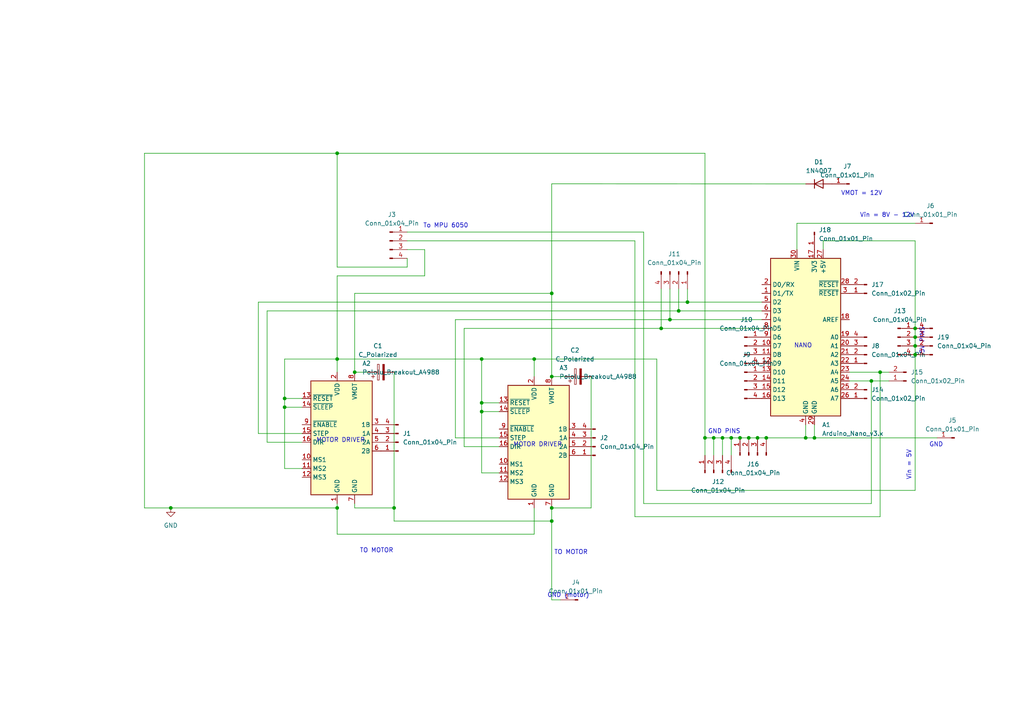
<source format=kicad_sch>
(kicad_sch (version 20231120) (generator "eeschema") (generator_version "8.0")
  (paper "A4")
  (lib_symbols
    (symbol "Connector:Conn_01x01_Pin" (pin_names (offset 1.016) hide)
      (property "Reference" "J" (at 0 2.54 0))
      (property "Value" "Conn_01x01_Pin" (at 0 -2.54 0))
      (symbol "Conn_01x01_Pin_1_1"
        (polyline (pts (xy 1.27 0) (xy 0.8636 0)) (stroke (width 0.1524)))
        (rectangle (start 0.8636 0.127) (end 0 -0.127) (stroke (width 0.1524)) (fill (type outline)))
        (pin passive line (at 5.08 0 180) (length 3.81) (name "Pin_1") (number "1"))
      )
    )
    (symbol "Connector:Conn_01x02_Pin" (pin_names (offset 1.016) hide)
      (property "Reference" "J" (at 0 2.54 0))
      (property "Value" "Conn_01x02_Pin" (at 0 -5.08 0))
      (symbol "Conn_01x02_Pin_1_1"
        (polyline (pts (xy 1.27 -2.54) (xy 0.8636 -2.54)) (stroke (width 0.1524)))
        (polyline (pts (xy 1.27 0) (xy 0.8636 0)) (stroke (width 0.1524)))
        (rectangle (start 0.8636 -2.413) (end 0 -2.667) (stroke (width 0.1524)) (fill (type outline)))
        (rectangle (start 0.8636 0.127) (end 0 -0.127) (stroke (width 0.1524)) (fill (type outline)))
        (pin passive line (at 5.08 0 180) (length 3.81) (name "Pin_1") (number "1"))
        (pin passive line (at 5.08 -2.54 180) (length 3.81) (name "Pin_2") (number "2"))
      )
    )
    (symbol "Connector:Conn_01x04_Pin" (pin_names (offset 1.016) hide)
      (property "Reference" "J" (at 0 5.08 0))
      (property "Value" "Conn_01x04_Pin" (at 0 -7.62 0))
      (symbol "Conn_01x04_Pin_1_1"
        (polyline (pts (xy 1.27 -5.08) (xy 0.8636 -5.08)) (stroke (width 0.1524)))
        (polyline (pts (xy 1.27 -2.54) (xy 0.8636 -2.54)) (stroke (width 0.1524)))
        (polyline (pts (xy 1.27 0) (xy 0.8636 0)) (stroke (width 0.1524)))
        (polyline (pts (xy 1.27 2.54) (xy 0.8636 2.54)) (stroke (width 0.1524)))
        (rectangle (start 0.8636 -4.953) (end 0 -5.207) (stroke (width 0.1524)) (fill (type outline)))
        (rectangle (start 0.8636 -2.413) (end 0 -2.667) (stroke (width 0.1524)) (fill (type outline)))
        (rectangle (start 0.8636 0.127) (end 0 -0.127) (stroke (width 0.1524)) (fill (type outline)))
        (rectangle (start 0.8636 2.667) (end 0 2.413) (stroke (width 0.1524)) (fill (type outline)))
        (pin passive line (at 5.08 2.54 180) (length 3.81) (name "Pin_1") (number "1"))
        (pin passive line (at 5.08 0 180) (length 3.81) (name "Pin_2") (number "2"))
        (pin passive line (at 5.08 -2.54 180) (length 3.81) (name "Pin_3") (number "3"))
        (pin passive line (at 5.08 -5.08 180) (length 3.81) (name "Pin_4") (number "4"))
      )
    )
    (symbol "Device:C_Polarized" (pin_numbers hide) (pin_names (offset 0.254))
      (property "Reference" "C" (at 0.635 2.54 0))
      (property "Value" "C_Polarized" (at 0.635 -2.54 0))
      (symbol "C_Polarized_0_1"
        (rectangle (start -2.286 0.508) (end 2.286 1.016))
        (polyline (pts (xy -1.778 2.286) (xy -0.762 2.286)))
        (polyline (pts (xy -1.27 2.794) (xy -1.27 1.778)))
        (rectangle (start 2.286 -0.508) (end -2.286 -1.016) (fill (type outline)))
      )
      (symbol "C_Polarized_1_1"
        (pin passive line (at 0 3.81 270) (length 2.794) (name "~") (number "1"))
        (pin passive line (at 0 -3.81 90) (length 2.794) (name "~") (number "2"))
      )
    )
    (symbol "Diode:1N4007" (pin_numbers hide) (pin_names hide)
      (property "Reference" "D" (at 0 2.54 0))
      (property "Value" "1N4007" (at 0 -2.54 0))
      (symbol "1N4007_0_1"
        (polyline (pts (xy -1.27 1.27) (xy -1.27 -1.27)) (stroke (width 0.254)))
        (polyline (pts (xy 1.27 0) (xy -1.27 0)))
        (polyline (pts (xy 1.27 1.27) (xy 1.27 -1.27) (xy -1.27 0) (xy 1.27 1.27)) (stroke (width 0.254)))
      )
      (symbol "1N4007_1_1"
        (pin passive line (at -3.81 0 0) (length 2.54) (name "K") (number "1"))
        (pin passive line (at 3.81 0 180) (length 2.54) (name "A") (number "2"))
      )
    )
    (symbol "Driver_Motor:Pololu_Breakout_A4988"
      (property "Reference" "A" (at -2.54 19.05 0))
      (property "Value" "Pololu_Breakout_A4988" (at -2.54 16.51 0))
      (symbol "Pololu_Breakout_A4988_0_1"
        (rectangle (start 10.16 -17.78) (end -7.62 15.24) (stroke (width 0.254)) (fill (type background)))
      )
      (symbol "Pololu_Breakout_A4988_1_1"
        (pin power_in line (at 0 -20.32 90) (length 2.54) (name "GND") (number "1"))
        (pin input line (at -10.16 -7.62 0) (length 2.54) (name "MS1") (number "10"))
        (pin input line (at -10.16 -10.16 0) (length 2.54) (name "MS2") (number "11"))
        (pin input line (at -10.16 -12.7 0) (length 2.54) (name "MS3") (number "12"))
        (pin input line (at -10.16 10.16 0) (length 2.54) (name "~{RESET}") (number "13"))
        (pin input line (at -10.16 7.62 0) (length 2.54) (name "~{SLEEP}") (number "14"))
        (pin input line (at -10.16 0 0) (length 2.54) (name "STEP") (number "15"))
        (pin input line (at -10.16 -2.54 0) (length 2.54) (name "DIR") (number "16"))
        (pin power_in line (at 0 17.78 270) (length 2.54) (name "VDD") (number "2"))
        (pin output line (at 12.7 2.54 180) (length 2.54) (name "1B") (number "3"))
        (pin output line (at 12.7 0 180) (length 2.54) (name "1A") (number "4"))
        (pin output line (at 12.7 -2.54 180) (length 2.54) (name "2A") (number "5"))
        (pin output line (at 12.7 -5.08 180) (length 2.54) (name "2B") (number "6"))
        (pin power_in line (at 5.08 -20.32 90) (length 2.54) (name "GND") (number "7"))
        (pin power_in line (at 5.08 17.78 270) (length 2.54) (name "VMOT") (number "8"))
        (pin input line (at -10.16 2.54 0) (length 2.54) (name "~{ENABLE}") (number "9"))
      )
    )
    (symbol "MCU_Module:Arduino_Nano_v3.x"
      (property "Reference" "A" (at -10.16 23.495 0))
      (property "Value" "Arduino_Nano_v3.x" (at 5.08 -24.13 0))
      (symbol "Arduino_Nano_v3.x_0_1"
        (rectangle (start -10.16 22.86) (end 10.16 -22.86) (stroke (width 0.254)) (fill (type background)))
      )
      (symbol "Arduino_Nano_v3.x_1_1"
        (pin bidirectional line (at -12.7 12.7 0) (length 2.54) (name "D1/TX") (number "1"))
        (pin bidirectional line (at -12.7 -2.54 0) (length 2.54) (name "D7") (number "10"))
        (pin bidirectional line (at -12.7 -5.08 0) (length 2.54) (name "D8") (number "11"))
        (pin bidirectional line (at -12.7 -7.62 0) (length 2.54) (name "D9") (number "12"))
        (pin bidirectional line (at -12.7 -10.16 0) (length 2.54) (name "D10") (number "13"))
        (pin bidirectional line (at -12.7 -12.7 0) (length 2.54) (name "D11") (number "14"))
        (pin bidirectional line (at -12.7 -15.24 0) (length 2.54) (name "D12") (number "15"))
        (pin bidirectional line (at -12.7 -17.78 0) (length 2.54) (name "D13") (number "16"))
        (pin power_out line (at 2.54 25.4 270) (length 2.54) (name "3V3") (number "17"))
        (pin input line (at 12.7 5.08 180) (length 2.54) (name "AREF") (number "18"))
        (pin bidirectional line (at 12.7 0 180) (length 2.54) (name "A0") (number "19"))
        (pin bidirectional line (at -12.7 15.24 0) (length 2.54) (name "D0/RX") (number "2"))
        (pin bidirectional line (at 12.7 -2.54 180) (length 2.54) (name "A1") (number "20"))
        (pin bidirectional line (at 12.7 -5.08 180) (length 2.54) (name "A2") (number "21"))
        (pin bidirectional line (at 12.7 -7.62 180) (length 2.54) (name "A3") (number "22"))
        (pin bidirectional line (at 12.7 -10.16 180) (length 2.54) (name "A4") (number "23"))
        (pin bidirectional line (at 12.7 -12.7 180) (length 2.54) (name "A5") (number "24"))
        (pin bidirectional line (at 12.7 -15.24 180) (length 2.54) (name "A6") (number "25"))
        (pin bidirectional line (at 12.7 -17.78 180) (length 2.54) (name "A7") (number "26"))
        (pin power_out line (at 5.08 25.4 270) (length 2.54) (name "+5V") (number "27"))
        (pin input line (at 12.7 15.24 180) (length 2.54) (name "~{RESET}") (number "28"))
        (pin power_in line (at 2.54 -25.4 90) (length 2.54) (name "GND") (number "29"))
        (pin input line (at 12.7 12.7 180) (length 2.54) (name "~{RESET}") (number "3"))
        (pin power_in line (at -2.54 25.4 270) (length 2.54) (name "VIN") (number "30"))
        (pin power_in line (at 0 -25.4 90) (length 2.54) (name "GND") (number "4"))
        (pin bidirectional line (at -12.7 10.16 0) (length 2.54) (name "D2") (number "5"))
        (pin bidirectional line (at -12.7 7.62 0) (length 2.54) (name "D3") (number "6"))
        (pin bidirectional line (at -12.7 5.08 0) (length 2.54) (name "D4") (number "7"))
        (pin bidirectional line (at -12.7 2.54 0) (length 2.54) (name "D5") (number "8"))
        (pin bidirectional line (at -12.7 0 0) (length 2.54) (name "D6") (number "9"))
      )
    )
    (symbol "power:GND" (power) (pin_numbers hide) (pin_names (offset 0) hide)
      (property "Value" "GND" (at 0 -3.81 0))
      (symbol "GND_0_1"
        (polyline (pts (xy 0 0) (xy 0 -1.27) (xy 1.27 -1.27) (xy 0 -2.54) (xy -1.27 -1.27) (xy 0 -1.27)))
      )
      (symbol "GND_1_1"
        (pin power_in line (at 0 0 270) (length 0) (name "~") (number "1"))
      )
    )
  )
  (junction (at 196.85 90.17))
  (junction (at 97.79 44.45))
  (junction (at 139.7 119.38))
  (junction (at 233.68 127))
  (junction (at 222.25 127))
  (junction (at 199.39 87.63))
  (junction (at 102.87 107.95))
  (junction (at 139.7 116.84))
  (junction (at 160.02 109.22))
  (junction (at 160.02 85.09))
  (junction (at 265.43 95.25))
  (junction (at 154.94 104.14))
  (junction (at 139.7 104.14))
  (junction (at 236.22 127))
  (junction (at 265.43 97.79))
  (junction (at 114.3 147.32))
  (junction (at 49.53 147.32))
  (junction (at 160.02 151.13))
  (junction (at 209.55 127))
  (junction (at 207.01 127))
  (junction (at 194.31 92.71))
  (junction (at 255.27 107.95))
  (junction (at 265.43 102.87))
  (junction (at 191.77 95.25))
  (junction (at 82.55 115.57))
  (junction (at 217.17 127))
  (junction (at 97.79 147.32))
  (junction (at 265.43 100.33))
  (junction (at 160.02 147.32))
  (junction (at 212.09 127))
  (junction (at 97.79 104.14))
  (junction (at 219.71 127))
  (junction (at 252.73 110.49))
  (junction (at 204.47 127))
  (junction (at 82.55 118.11))
  (junction (at 214.63 127))
  (wire (pts (xy 74.93 87.63) (xy 199.39 87.63)))
  (wire (pts (xy 154.94 104.14) (xy 154.94 109.22)))
  (wire (pts (xy 171.45 109.22) (xy 171.45 147.32)))
  (wire (pts (xy 246.38 110.49) (xy 252.73 110.49)))
  (wire (pts (xy 184.15 69.85) (xy 118.11 69.85)))
  (wire (pts (xy 171.45 147.32) (xy 160.02 147.32)))
  (wire (pts (xy 132.08 92.71) (xy 194.31 92.71)))
  (wire (pts (xy 204.47 127) (xy 204.47 132.08)))
  (wire (pts (xy 252.73 110.49) (xy 252.73 146.05)))
  (wire (pts (xy 160.02 53.3068) (xy 233.68 53.34)))
  (wire (pts (xy 102.87 107.95) (xy 106.68 107.95)))
  (wire (pts (xy 186.69 146.05) (xy 186.69 67.31)))
  (wire (pts (xy 196.85 90.17) (xy 220.98 90.17)))
  (wire (pts (xy 41.91 44.45) (xy 41.91 147.32)))
  (wire (pts (xy 97.79 104.14) (xy 139.7 104.14)))
  (wire (pts (xy 238.76 69.85) (xy 265.43 69.85)))
  (wire (pts (xy 160.02 85.09) (xy 160.02 53.3068)))
  (wire (pts (xy 186.69 67.31) (xy 118.11 67.31)))
  (wire (pts (xy 82.55 115.57) (xy 87.63 115.57)))
  (wire (pts (xy 77.47 128.27) (xy 87.63 128.27)))
  (wire (pts (xy 194.31 92.71) (xy 220.98 92.71)))
  (wire (pts (xy 265.43 102.87) (xy 265.43 142.24)))
  (wire (pts (xy 209.55 127) (xy 209.55 132.08)))
  (wire (pts (xy 134.62 95.25) (xy 191.77 95.25)))
  (wire (pts (xy 114.3 107.95) (xy 114.3 147.32)))
  (wire (pts (xy 246.38 107.95) (xy 255.27 107.95)))
  (wire (pts (xy 160.02 109.22) (xy 163.83 109.22)))
  (wire (pts (xy 204.47 127) (xy 207.01 127)))
  (wire (pts (xy 160.02 85.09) (xy 160.02 109.22)))
  (wire (pts (xy 97.79 80.01) (xy 97.79 104.14)))
  (wire (pts (xy 114.3 151.13) (xy 160.02 151.13)))
  (wire (pts (xy 139.7 119.38) (xy 139.7 137.16)))
  (wire (pts (xy 139.7 116.84) (xy 139.7 119.38)))
  (wire (pts (xy 82.55 118.11) (xy 87.63 118.11)))
  (wire (pts (xy 97.79 104.14) (xy 97.79 107.95)))
  (wire (pts (xy 265.43 100.33) (xy 265.43 102.87)))
  (wire (pts (xy 139.7 137.16) (xy 144.78 137.16)))
  (wire (pts (xy 74.93 125.73) (xy 87.63 125.73)))
  (wire (pts (xy 191.77 95.25) (xy 220.98 95.25)))
  (wire (pts (xy 209.55 127) (xy 212.09 127)))
  (wire (pts (xy 97.79 147.32) (xy 97.79 154.94)))
  (wire (pts (xy 214.63 127) (xy 217.17 127)))
  (wire (pts (xy 119.38 229.87) (xy 119.38 233.68)))
  (wire (pts (xy 102.87 107.95) (xy 102.87 85.09)))
  (wire (pts (xy 102.87 147.32) (xy 114.3 147.32)))
  (wire (pts (xy 41.91 44.45) (xy 97.79 44.45)))
  (wire (pts (xy 212.09 127) (xy 214.63 127)))
  (wire (pts (xy 233.68 127) (xy 233.68 123.19)))
  (wire (pts (xy 219.71 127) (xy 222.25 127)))
  (wire (pts (xy 120.65 229.87) (xy 119.38 229.87)))
  (wire (pts (xy 191.77 83.82) (xy 191.77 95.25)))
  (wire (pts (xy 160.02 173.99) (xy 162.56 173.99)))
  (wire (pts (xy 217.17 127) (xy 219.71 127)))
  (wire (pts (xy 77.47 90.17) (xy 196.85 90.17)))
  (wire (pts (xy 97.79 104.14) (xy 82.55 104.14)))
  (wire (pts (xy 82.55 118.11) (xy 82.55 135.89)))
  (wire (pts (xy 265.43 69.85) (xy 265.43 95.25)))
  (wire (pts (xy 238.76 72.39) (xy 238.76 69.85)))
  (wire (pts (xy 160.02 151.13) (xy 160.02 173.99)))
  (wire (pts (xy 255.27 149.86) (xy 184.15 149.86)))
  (wire (pts (xy 144.78 119.38) (xy 139.7 119.38)))
  (wire (pts (xy 82.55 104.14) (xy 82.55 115.57)))
  (wire (pts (xy 184.15 149.86) (xy 184.15 69.85)))
  (wire (pts (xy 222.25 127) (xy 233.68 127)))
  (wire (pts (xy 154.94 104.14) (xy 190.5 104.14)))
  (wire (pts (xy 199.39 83.82) (xy 199.39 87.63)))
  (wire (pts (xy 139.7 104.14) (xy 139.7 116.84)))
  (wire (pts (xy 97.79 44.45) (xy 97.79 77.47)))
  (wire (pts (xy 97.79 44.45) (xy 204.47 44.45)))
  (wire (pts (xy 97.79 80.01) (xy 123.19 80.01)))
  (wire (pts (xy 114.3 147.32) (xy 114.3 151.13)))
  (wire (pts (xy 204.47 44.45) (xy 204.47 127)))
  (wire (pts (xy 118.11 74.93) (xy 118.11 77.47)))
  (wire (pts (xy 252.73 110.49) (xy 257.81 110.49)))
  (wire (pts (xy 190.5 104.14) (xy 190.5 142.24)))
  (wire (pts (xy 196.85 83.82) (xy 196.85 90.17)))
  (wire (pts (xy 255.27 107.95) (xy 257.81 107.95)))
  (wire (pts (xy 265.43 95.25) (xy 265.43 97.79)))
  (wire (pts (xy 252.73 146.05) (xy 186.69 146.05)))
  (wire (pts (xy 49.53 147.32) (xy 97.79 147.32)))
  (wire (pts (xy 41.91 147.32) (xy 49.53 147.32)))
  (wire (pts (xy 102.87 146.05) (xy 102.87 147.32)))
  (wire (pts (xy 97.79 154.94) (xy 154.94 154.94)))
  (wire (pts (xy 154.94 154.94) (xy 154.94 147.32)))
  (wire (pts (xy 123.19 72.39) (xy 118.11 72.39)))
  (wire (pts (xy 160.02 151.13) (xy 160.02 147.32)))
  (wire (pts (xy 233.68 127) (xy 236.22 127)))
  (wire (pts (xy 74.93 87.63) (xy 74.93 125.73)))
  (wire (pts (xy 124.46 224.79) (xy 124.46 233.68)))
  (wire (pts (xy 207.01 127) (xy 209.55 127)))
  (wire (pts (xy 255.27 107.95) (xy 255.27 149.86)))
  (wire (pts (xy 236.22 127) (xy 236.22 123.19)))
  (wire (pts (xy 102.87 85.09) (xy 160.02 85.09)))
  (wire (pts (xy 231.14 72.39) (xy 231.14 64.77)))
  (wire (pts (xy 134.62 95.25) (xy 134.62 129.54)))
  (wire (pts (xy 97.79 77.47) (xy 118.11 77.47)))
  (wire (pts (xy 139.7 116.84) (xy 144.78 116.84)))
  (wire (pts (xy 190.5 142.24) (xy 265.43 142.24)))
  (wire (pts (xy 123.19 80.01) (xy 123.19 72.39)))
  (wire (pts (xy 123.19 224.79) (xy 124.46 224.79)))
  (wire (pts (xy 132.08 92.71) (xy 132.08 127)))
  (wire (pts (xy 132.08 127) (xy 144.78 127)))
  (wire (pts (xy 231.14 64.77) (xy 265.43 64.77)))
  (wire (pts (xy 82.55 115.57) (xy 82.55 118.11)))
  (wire (pts (xy 97.79 147.32) (xy 97.79 146.05)))
  (wire (pts (xy 87.63 135.89) (xy 82.55 135.89)))
  (wire (pts (xy 236.22 127) (xy 271.78 127)))
  (wire (pts (xy 265.43 97.79) (xy 265.43 100.33)))
  (wire (pts (xy 139.7 104.14) (xy 154.94 104.14)))
  (wire (pts (xy 194.31 83.82) (xy 194.31 92.71)))
  (wire (pts (xy 134.62 129.54) (xy 144.78 129.54)))
  (wire (pts (xy 212.09 127) (xy 212.09 132.08)))
  (wire (pts (xy 207.01 127) (xy 207.01 132.08)))
  (wire (pts (xy 77.47 90.17) (xy 77.47 128.27)))
  (wire (pts (xy 199.39 87.63) (xy 220.98 87.63)))
  (text "TO MOTOR\n" (at 165.608 160.274 0) (effects (font (size 1.27 1.27))))
  (text "GND (motor)\n" (at 164.846 172.72 0) (effects (font (size 1.27 1.27))))
  (text "MOTOR DRIVER" (at 98.806 127.762 0) (effects (font (size 1.27 1.27))))
  (text "TO MOTOR\n" (at 109.22 159.766 0) (effects (font (size 1.27 1.27))))
  (text "Vin = 8V - 12V\n" (at 257.302 62.484 0) (effects (font (size 1.27 1.27))))
  (text "To MPU 6050" (at 129.286 65.532 0) (effects (font (size 1.27 1.27))))
  (text "Vin = 5V\n" (at 263.652 134.874 90) (effects (font (size 1.27 1.27))))
  (text "NANO\n" (at 232.918 100.33 0) (effects (font (size 1.27 1.27))))
  (text "GND\n" (at 271.526 129.032 0) (effects (font (size 1.27 1.27))))
  (text "MOTOR DRIVER" (at 155.956 129.032 0) (effects (font (size 1.27 1.27))))
  (text "5V PINS\n" (at 267.462 98.806 90) (effects (font (size 1.27 1.27))))
  (text "GND PINS\n" (at 210.058 125.222 0) (effects (font (size 1.27 1.27))))
  (text "VMOT = 12V" (at 249.936 56.134 0) (effects (font (size 1.27 1.27))))
  (symbol (lib_id "Connector:Conn_01x04_Pin") (at 260.35 97.79 0) (unit 1)
    (property "Reference" "J13" (at 260.985 90.17 0))
    (property "Value" "Conn_01x04_Pin" (at 260.985 92.71 0))
    (property "Footprint" "Connector_PinHeader_1.00mm:PinHeader_1x04_P1.00mm_Vertical" (effects (hide yes)))
    (property "Description" "Generic connector, single row, 01x04, script generated" (effects (hide yes)))
  )
  (symbol (lib_id "power:GND") (at 49.53 147.32 0) (unit 1)
    (property "Reference" "#PWR01" (effects (hide yes)))
    (property "Value" "GND" (at 49.53 152.4 0))
    (property "Description" "Power symbol creates a global label with name \"GND\" , ground" (effects (hide yes)))
  )
  (symbol (lib_id "Connector:Conn_01x04_Pin") (at 251.46 102.87 180) (unit 1)
    (property "Reference" "J8" (at 252.73 100.3299 0) (effects (justify right)))
    (property "Value" "Conn_01x04_Pin" (at 252.73 102.8699 0) (effects (justify right)))
    (property "Footprint" "Connector_PinHeader_1.00mm:PinHeader_1x04_P1.00mm_Vertical" (effects (hide yes)))
    (property "Description" "Generic connector, single row, 01x04, script generated" (effects (hide yes)))
  )
  (symbol (lib_id "Connector:Conn_01x04_Pin") (at 215.9 100.33 0) (unit 1)
    (property "Reference" "J10" (at 216.535 92.71 0))
    (property "Value" "Conn_01x04_Pin" (at 216.535 95.25 0))
    (property "Footprint" "Connector_PinHeader_1.00mm:PinHeader_1x04_P1.00mm_Vertical" (effects (hide yes)))
    (property "Description" "Generic connector, single row, 01x04, script generated" (effects (hide yes)))
  )
  (symbol (lib_id "Connector:Conn_01x04_Pin") (at 196.85 78.74 270) (unit 1)
    (property "Reference" "J11" (at 195.58 73.66 90))
    (property "Value" "Conn_01x04_Pin" (at 195.58 76.2 90))
    (property "Footprint" "Connector_PinHeader_1.00mm:PinHeader_1x04_P1.00mm_Vertical" (effects (hide yes)))
    (property "Description" "Generic connector, single row, 01x04, script generated" (effects (hide yes)))
  )
  (symbol (lib_id "Connector:Conn_01x02_Pin") (at 251.46 115.57 180) (unit 1)
    (property "Reference" "J14" (at 252.73 113.0299 0) (effects (justify right)))
    (property "Value" "Conn_01x02_Pin" (at 252.73 115.5699 0) (effects (justify right)))
    (property "Footprint" "Connector_PinHeader_1.00mm:PinHeader_1x02_P1.00mm_Vertical" (effects (hide yes)))
    (property "Description" "Generic connector, single row, 01x02, script generated" (effects (hide yes)))
  )
  (symbol (lib_id "Connector:Conn_01x04_Pin") (at 217.17 132.08 90) (unit 1)
    (property "Reference" "J16" (at 218.44 134.62 90))
    (property "Value" "Conn_01x04_Pin" (at 218.44 137.16 90))
    (property "Footprint" "Connector_PinHeader_1.00mm:PinHeader_1x04_P1.00mm_Vertical" (effects (hide yes)))
    (property "Description" "Generic connector, single row, 01x04, script generated" (effects (hide yes)))
  )
  (symbol (lib_id "Connector:Conn_01x01_Pin") (at 236.22 67.31 270) (unit 1)
    (property "Reference" "J18" (at 237.49 66.6749 90) (effects (justify left)))
    (property "Value" "Conn_01x01_Pin" (at 237.49 69.2149 90) (effects (justify left)))
    (property "Footprint" "Connector_PinHeader_1.00mm:PinHeader_1x01_P1.00mm_Vertical" (effects (hide yes)))
    (property "Description" "Generic connector, single row, 01x01, script generated" (effects (hide yes)))
  )
  (symbol (lib_id "Connector:Conn_01x04_Pin") (at 113.03 69.85 0) (unit 1)
    (property "Reference" "J3" (at 113.665 62.23 0))
    (property "Value" "Conn_01x04_Pin" (at 113.665 64.77 0))
    (property "Footprint" "Connector_PinHeader_1.00mm:PinHeader_1x04_P1.00mm_Vertical" (effects (hide yes)))
    (property "Description" "Generic connector, single row, 01x04, script generated" (effects (hide yes)))
  )
  (symbol (lib_id "Connector:Conn_01x01_Pin") (at 270.51 64.77 180) (unit 1)
    (property "Reference" "J6" (at 269.875 59.69 0))
    (property "Value" "Conn_01x01_Pin" (at 269.875 62.23 0))
    (property "Footprint" "Connector_PinHeader_1.00mm:PinHeader_1x01_P1.00mm_Vertical" (effects (hide yes)))
    (property "Description" "Generic connector, single row, 01x01, script generated" (effects (hide yes)))
  )
  (symbol (lib_id "Device:C_Polarized") (at 167.64 109.22 90) (unit 1)
    (property "Reference" "C2" (at 166.751 101.6 90))
    (property "Value" "C_Polarized" (at 166.751 104.14 90))
    (property "Footprint" "LED_THT:LED_Rectangular_W5.0mm_H2.0mm_Horizontal_O1.27mm_Z3.0mm" (effects (hide yes)))
    (property "Description" "Polarized capacitor" (effects (hide yes)))
  )
  (symbol (lib_id "Driver_Motor:Pololu_Breakout_A4988") (at 97.79 125.73 0) (unit 1)
    (property "Reference" "A2" (at 105.0641 105.41 0) (effects (justify left)))
    (property "Value" "Pololu_Breakout_A4988" (at 105.0641 107.95 0) (effects (justify left)))
    (property "Footprint" "Module:Pololu_Breakout-16_15.2x20.3mm" (effects (hide yes)))
    (property "Datasheet" "https://www.pololu.com/product/2980/pictures" (effects (hide yes)))
    (property "Description" "Pololu Breakout Board, Stepper Driver A4988" (effects (hide yes)))
  )
  (symbol (lib_id "Driver_Motor:Pololu_Breakout_A4988") (at 154.94 127 0) (unit 1)
    (property "Reference" "A3" (at 162.2141 106.68 0) (effects (justify left)))
    (property "Value" "Pololu_Breakout_A4988" (at 162.2141 109.22 0) (effects (justify left)))
    (property "Footprint" "Module:Pololu_Breakout-16_15.2x20.3mm" (effects (hide yes)))
    (property "Datasheet" "https://www.pololu.com/product/2980/pictures" (effects (hide yes)))
    (property "Description" "Pololu Breakout Board, Stepper Driver A4988" (effects (hide yes)))
  )
  (symbol (lib_id "Connector:Conn_01x02_Pin") (at 251.46 85.09 180) (unit 1)
    (property "Reference" "J17" (at 252.73 82.5499 0) (effects (justify right)))
    (property "Value" "Conn_01x02_Pin" (at 252.73 85.0899 0) (effects (justify right)))
    (property "Footprint" "Connector_PinHeader_1.00mm:PinHeader_1x02_P1.00mm_Vertical" (effects (hide yes)))
    (property "Description" "Generic connector, single row, 01x02, script generated" (effects (hide yes)))
  )
  (symbol (lib_id "Connector:Conn_01x01_Pin") (at 246.38 53.34 180) (unit 1)
    (property "Reference" "J7" (at 245.745 48.26 0))
    (property "Value" "Conn_01x01_Pin" (at 245.745 50.8 0))
    (property "Footprint" "Connector_PinHeader_1.00mm:PinHeader_1x01_P1.00mm_Vertical" (effects (hide yes)))
    (property "Description" "Generic connector, single row, 01x01, script generated" (effects (hide yes)))
  )
  (symbol (lib_id "Connector:Conn_01x04_Pin") (at 172.72 129.54 180) (unit 1)
    (property "Reference" "J2" (at 173.99 126.9999 0) (effects (justify right)))
    (property "Value" "Conn_01x04_Pin" (at 173.99 129.5399 0) (effects (justify right)))
    (property "Footprint" "Connector_PinHeader_1.00mm:PinHeader_1x04_P1.00mm_Vertical" (effects (hide yes)))
    (property "Description" "Generic connector, single row, 01x04, script generated" (effects (hide yes)))
  )
  (symbol (lib_id "Device:C_Polarized") (at 110.49 107.95 90) (unit 1)
    (property "Reference" "C1" (at 109.601 100.33 90))
    (property "Value" "C_Polarized" (at 109.601 102.87 90))
    (property "Footprint" "LED_THT:LED_Rectangular_W5.0mm_H2.0mm_Horizontal_O1.27mm_Z3.0mm" (effects (hide yes)))
    (property "Description" "Polarized capacitor" (effects (hide yes)))
  )
  (symbol (lib_id "Connector:Conn_01x01_Pin") (at 167.64 173.99 180) (unit 1)
    (property "Reference" "J4" (at 167.005 168.91 0))
    (property "Value" "Conn_01x01_Pin" (at 167.005 171.45 0))
    (property "Footprint" "Connector_PinHeader_1.00mm:PinHeader_1x01_P1.00mm_Vertical" (effects (hide yes)))
    (property "Description" "Generic connector, single row, 01x01, script generated" (effects (hide yes)))
  )
  (symbol (lib_id "Connector:Conn_01x04_Pin") (at 115.57 128.27 180) (unit 1)
    (property "Reference" "J1" (at 116.84 125.7299 0) (effects (justify right)))
    (property "Value" "Conn_01x04_Pin" (at 116.84 128.2699 0) (effects (justify right)))
    (property "Footprint" "Connector_PinHeader_1.00mm:PinHeader_1x04_P1.00mm_Vertical" (effects (hide yes)))
    (property "Description" "Generic connector, single row, 01x04, script generated" (effects (hide yes)))
  )
  (symbol (lib_id "Connector:Conn_01x04_Pin") (at 215.9 110.49 0) (unit 1)
    (property "Reference" "J9" (at 216.535 102.87 0))
    (property "Value" "Conn_01x04_Pin" (at 216.535 105.41 0))
    (property "Footprint" "Connector_PinHeader_1.00mm:PinHeader_1x04_P1.00mm_Vertical" (effects (hide yes)))
    (property "Description" "Generic connector, single row, 01x04, script generated" (effects (hide yes)))
  )
  (symbol (lib_id "Connector:Conn_01x04_Pin") (at 270.51 100.33 180) (unit 1)
    (property "Reference" "J19" (at 271.78 97.7899 0) (effects (justify right)))
    (property "Value" "Conn_01x04_Pin" (at 271.78 100.3299 0) (effects (justify right)))
    (property "Footprint" "Connector_PinHeader_1.00mm:PinHeader_1x04_P1.00mm_Vertical" (effects (hide yes)))
    (property "Description" "Generic connector, single row, 01x04, script generated" (effects (hide yes)))
  )
  (symbol (lib_id "Connector:Conn_01x01_Pin") (at 276.86 127 180) (unit 1)
    (property "Reference" "J5" (at 276.225 121.92 0))
    (property "Value" "Conn_01x01_Pin" (at 276.225 124.46 0))
    (property "Footprint" "Connector_PinHeader_1.00mm:PinHeader_1x01_P1.00mm_Vertical" (effects (hide yes)))
    (property "Description" "Generic connector, single row, 01x01, script generated" (effects (hide yes)))
  )
  (symbol (lib_id "Connector:Conn_01x04_Pin") (at 207.01 137.16 90) (unit 1)
    (property "Reference" "J12" (at 208.28 139.7 90))
    (property "Value" "Conn_01x04_Pin" (at 208.28 142.24 90))
    (property "Footprint" "Connector_PinHeader_1.00mm:PinHeader_1x04_P1.00mm_Vertical" (effects (hide yes)))
    (property "Description" "Generic connector, single row, 01x04, script generated" (effects (hide yes)))
  )
  (symbol (lib_id "Diode:1N4007") (at 237.49 53.34 0) (unit 1)
    (property "Reference" "D1" (at 237.49 46.99 0))
    (property "Value" "1N4007" (at 237.49 49.53 0))
    (property "Footprint" "Diode_THT:D_DO-41_SOD81_P10.16mm_Horizontal" (effects (hide yes)))
    (property "Datasheet" "http://www.vishay.com/docs/88503/1n4001.pdf" (effects (hide yes)))
    (property "Description" "1000V 1A General Purpose Rectifier Diode, DO-41" (effects (hide yes)))
    (property "Sim.Device" "D" (effects (hide yes)))
    (property "Sim.Pins" "1=K 2=A" (effects (hide yes)))
  )
  (symbol (lib_id "MCU_Module:Arduino_Nano_v3.x") (at 233.68 97.79 0) (unit 1)
    (property "Reference" "A1" (at 238.4141 123.19 0) (effects (justify left)))
    (property "Value" "Arduino_Nano_v3.x" (at 238.4141 125.73 0) (effects (justify left)))
    (property "Footprint" "Module:Arduino_Nano" (effects (hide yes)))
    (property "Datasheet" "http://www.mouser.com/pdfdocs/Gravitech_Arduino_Nano3_0.pdf" (effects (hide yes)))
    (property "Description" "Arduino Nano v3.x" (effects (hide yes)))
  )
  (symbol (lib_id "Connector:Conn_01x02_Pin") (at 262.89 110.49 180) (unit 1)
    (property "Reference" "J15" (at 264.16 107.9499 0) (effects (justify right)))
    (property "Value" "Conn_01x02_Pin" (at 264.16 110.4899 0) (effects (justify right)))
    (property "Footprint" "Connector_PinHeader_1.00mm:PinHeader_1x02_P1.00mm_Vertical" (effects (hide yes)))
    (property "Description" "Generic connector, single row, 01x02, script generated" (effects (hide yes)))
  )
)
</source>
